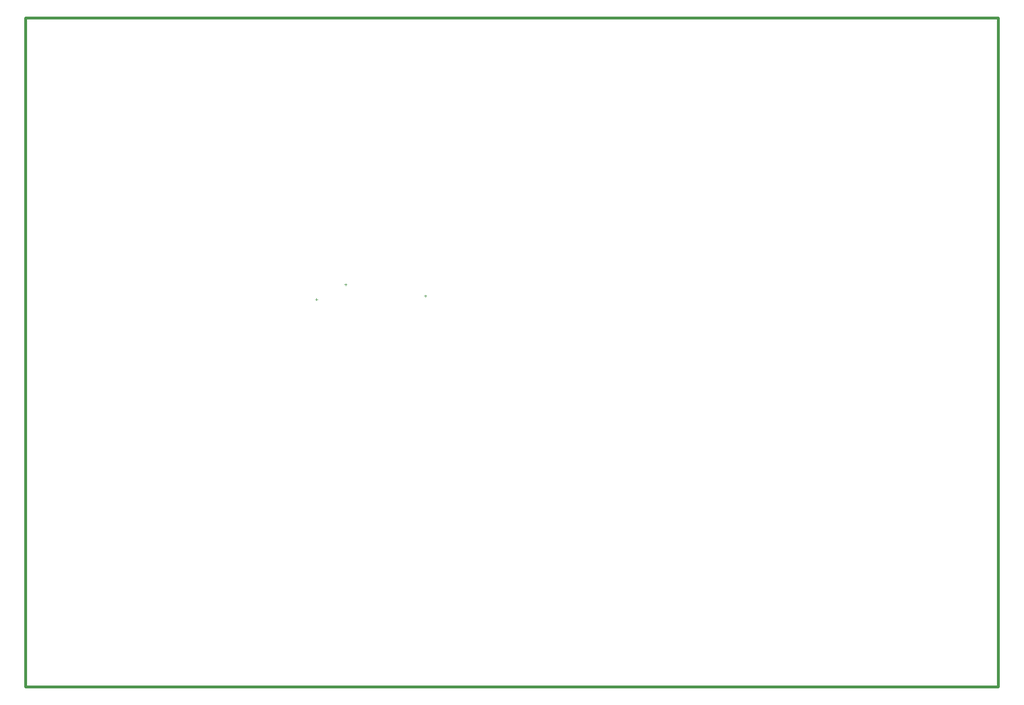
<source format=gm1>
G04*
G04 #@! TF.GenerationSoftware,Altium Limited,Altium Designer,20.0.13 (296)*
G04*
G04 Layer_Color=16711935*
%FSTAX24Y24*%
%MOIN*%
G70*
G01*
G75*
%ADD15C,0.0039*%
%ADD84C,0.0197*%
%ADD101C,0.0005*%
D15*
X0328Y053771D02*
Y053929D01*
X032721Y05385D02*
X032879D01*
X0384Y052971D02*
Y053129D01*
X038321Y05305D02*
X038479D01*
X03075Y052721D02*
Y052879D01*
X030671Y0528D02*
X030829D01*
D84*
X01035Y0256D02*
Y07255D01*
X0786D01*
Y0256D02*
Y07255D01*
X01035Y0256D02*
X0786D01*
D101*
X010414Y026858D02*
Y071346D01*
X078525Y026858D02*
Y071346D01*
M02*

</source>
